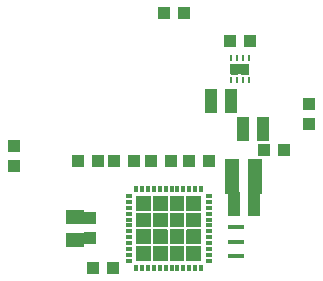
<source format=gbr>
G04 EAGLE Gerber RS-274X export*
G75*
%MOMM*%
%FSLAX34Y34*%
%LPD*%
%INSolderpaste Bottom*%
%IPPOS*%
%AMOC8*
5,1,8,0,0,1.08239X$1,22.5*%
G01*
%ADD10R,1.399997X0.400000*%
%ADD11R,1.100000X1.000000*%
%ADD12R,1.000000X1.100000*%
%ADD13R,1.300000X1.500000*%
%ADD14R,1.500000X1.300000*%
%ADD15R,0.550000X0.300000*%
%ADD16R,0.300000X0.550000*%
%ADD17R,0.250000X0.500000*%
%ADD18R,1.600000X0.900000*%

G36*
X22688Y97649D02*
X22688Y97649D01*
X22690Y97648D01*
X22733Y97668D01*
X22776Y97686D01*
X22777Y97688D01*
X22779Y97689D01*
X22812Y97774D01*
X22812Y109998D01*
X22811Y110000D01*
X22812Y110002D01*
X22792Y110045D01*
X22773Y110089D01*
X22771Y110089D01*
X22770Y110091D01*
X22686Y110124D01*
X10462Y110124D01*
X10460Y110123D01*
X10457Y110124D01*
X10414Y110104D01*
X10371Y110086D01*
X10370Y110084D01*
X10368Y110083D01*
X10335Y109998D01*
X10335Y97774D01*
X10336Y97772D01*
X10335Y97770D01*
X10355Y97727D01*
X10374Y97683D01*
X10376Y97683D01*
X10377Y97681D01*
X10462Y97648D01*
X22686Y97648D01*
X22688Y97649D01*
G37*
G36*
X-5761Y97649D02*
X-5761Y97649D01*
X-5758Y97648D01*
X-5715Y97668D01*
X-5672Y97686D01*
X-5671Y97688D01*
X-5669Y97689D01*
X-5636Y97774D01*
X-5636Y109998D01*
X-5637Y110000D01*
X-5636Y110002D01*
X-5656Y110045D01*
X-5675Y110089D01*
X-5677Y110089D01*
X-5678Y110091D01*
X-5763Y110124D01*
X-17987Y110124D01*
X-17989Y110123D01*
X-17991Y110124D01*
X-18034Y110104D01*
X-18077Y110086D01*
X-18078Y110084D01*
X-18080Y110083D01*
X-18113Y109998D01*
X-18113Y97774D01*
X-18112Y97772D01*
X-18113Y97770D01*
X-18093Y97727D01*
X-18074Y97683D01*
X-18072Y97683D01*
X-18071Y97681D01*
X-17987Y97648D01*
X-5763Y97648D01*
X-5761Y97649D01*
G37*
G36*
X-19985Y97649D02*
X-19985Y97649D01*
X-19982Y97648D01*
X-19939Y97668D01*
X-19896Y97686D01*
X-19895Y97688D01*
X-19893Y97689D01*
X-19860Y97774D01*
X-19860Y109998D01*
X-19861Y110000D01*
X-19860Y110002D01*
X-19880Y110045D01*
X-19899Y110089D01*
X-19901Y110089D01*
X-19902Y110091D01*
X-19987Y110124D01*
X-32211Y110124D01*
X-32213Y110123D01*
X-32215Y110124D01*
X-32258Y110104D01*
X-32301Y110086D01*
X-32302Y110084D01*
X-32304Y110083D01*
X-32337Y109998D01*
X-32337Y97774D01*
X-32336Y97772D01*
X-32337Y97770D01*
X-32317Y97727D01*
X-32298Y97683D01*
X-32296Y97683D01*
X-32295Y97681D01*
X-32211Y97648D01*
X-19987Y97648D01*
X-19985Y97649D01*
G37*
G36*
X8464Y97649D02*
X8464Y97649D01*
X8466Y97648D01*
X8509Y97668D01*
X8552Y97686D01*
X8553Y97688D01*
X8555Y97689D01*
X8588Y97774D01*
X8588Y109998D01*
X8587Y110000D01*
X8588Y110002D01*
X8568Y110045D01*
X8549Y110089D01*
X8547Y110089D01*
X8546Y110091D01*
X8462Y110124D01*
X-3763Y110124D01*
X-3765Y110123D01*
X-3767Y110124D01*
X-3810Y110104D01*
X-3853Y110086D01*
X-3854Y110084D01*
X-3856Y110083D01*
X-3889Y109998D01*
X-3889Y97774D01*
X-3888Y97772D01*
X-3889Y97770D01*
X-3869Y97727D01*
X-3850Y97683D01*
X-3848Y97683D01*
X-3847Y97681D01*
X-3763Y97648D01*
X8462Y97648D01*
X8464Y97649D01*
G37*
G36*
X-5761Y83425D02*
X-5761Y83425D01*
X-5758Y83424D01*
X-5715Y83444D01*
X-5672Y83462D01*
X-5671Y83464D01*
X-5669Y83465D01*
X-5636Y83550D01*
X-5636Y95774D01*
X-5637Y95776D01*
X-5636Y95778D01*
X-5656Y95821D01*
X-5675Y95865D01*
X-5677Y95865D01*
X-5678Y95867D01*
X-5763Y95900D01*
X-17987Y95900D01*
X-17989Y95899D01*
X-17991Y95900D01*
X-18034Y95880D01*
X-18077Y95862D01*
X-18078Y95860D01*
X-18080Y95859D01*
X-18113Y95774D01*
X-18113Y83550D01*
X-18112Y83548D01*
X-18113Y83546D01*
X-18093Y83503D01*
X-18074Y83459D01*
X-18072Y83459D01*
X-18071Y83457D01*
X-17987Y83424D01*
X-5763Y83424D01*
X-5761Y83425D01*
G37*
G36*
X8464Y83425D02*
X8464Y83425D01*
X8466Y83424D01*
X8509Y83444D01*
X8552Y83462D01*
X8553Y83464D01*
X8555Y83465D01*
X8588Y83550D01*
X8588Y95774D01*
X8587Y95776D01*
X8588Y95778D01*
X8568Y95821D01*
X8549Y95865D01*
X8547Y95865D01*
X8546Y95867D01*
X8462Y95900D01*
X-3763Y95900D01*
X-3765Y95899D01*
X-3767Y95900D01*
X-3810Y95880D01*
X-3853Y95862D01*
X-3854Y95860D01*
X-3856Y95859D01*
X-3889Y95774D01*
X-3889Y83550D01*
X-3888Y83548D01*
X-3889Y83546D01*
X-3869Y83503D01*
X-3850Y83459D01*
X-3848Y83459D01*
X-3847Y83457D01*
X-3763Y83424D01*
X8462Y83424D01*
X8464Y83425D01*
G37*
G36*
X-19985Y83425D02*
X-19985Y83425D01*
X-19982Y83424D01*
X-19939Y83444D01*
X-19896Y83462D01*
X-19895Y83464D01*
X-19893Y83465D01*
X-19860Y83550D01*
X-19860Y95774D01*
X-19861Y95776D01*
X-19860Y95778D01*
X-19880Y95821D01*
X-19899Y95865D01*
X-19901Y95865D01*
X-19902Y95867D01*
X-19987Y95900D01*
X-32211Y95900D01*
X-32213Y95899D01*
X-32215Y95900D01*
X-32258Y95880D01*
X-32301Y95862D01*
X-32302Y95860D01*
X-32304Y95859D01*
X-32337Y95774D01*
X-32337Y83550D01*
X-32336Y83548D01*
X-32337Y83546D01*
X-32317Y83503D01*
X-32298Y83459D01*
X-32296Y83459D01*
X-32295Y83457D01*
X-32211Y83424D01*
X-19987Y83424D01*
X-19985Y83425D01*
G37*
G36*
X22688Y83425D02*
X22688Y83425D01*
X22690Y83424D01*
X22733Y83444D01*
X22776Y83462D01*
X22777Y83464D01*
X22779Y83465D01*
X22812Y83550D01*
X22812Y95774D01*
X22811Y95776D01*
X22812Y95778D01*
X22792Y95821D01*
X22773Y95865D01*
X22771Y95865D01*
X22770Y95867D01*
X22686Y95900D01*
X10462Y95900D01*
X10460Y95899D01*
X10457Y95900D01*
X10414Y95880D01*
X10371Y95862D01*
X10370Y95860D01*
X10368Y95859D01*
X10335Y95774D01*
X10335Y83550D01*
X10336Y83548D01*
X10335Y83546D01*
X10355Y83503D01*
X10374Y83459D01*
X10376Y83459D01*
X10377Y83457D01*
X10462Y83424D01*
X22686Y83424D01*
X22688Y83425D01*
G37*
G36*
X8464Y69201D02*
X8464Y69201D01*
X8466Y69200D01*
X8509Y69220D01*
X8552Y69238D01*
X8553Y69240D01*
X8555Y69241D01*
X8588Y69326D01*
X8588Y81550D01*
X8587Y81552D01*
X8588Y81554D01*
X8568Y81597D01*
X8549Y81641D01*
X8547Y81641D01*
X8546Y81643D01*
X8462Y81676D01*
X-3763Y81676D01*
X-3765Y81675D01*
X-3767Y81676D01*
X-3810Y81656D01*
X-3853Y81638D01*
X-3854Y81636D01*
X-3856Y81635D01*
X-3889Y81550D01*
X-3889Y69326D01*
X-3888Y69324D01*
X-3889Y69322D01*
X-3869Y69279D01*
X-3850Y69235D01*
X-3848Y69235D01*
X-3847Y69233D01*
X-3763Y69200D01*
X8462Y69200D01*
X8464Y69201D01*
G37*
G36*
X-19985Y69201D02*
X-19985Y69201D01*
X-19982Y69200D01*
X-19939Y69220D01*
X-19896Y69238D01*
X-19895Y69240D01*
X-19893Y69241D01*
X-19860Y69326D01*
X-19860Y81550D01*
X-19861Y81552D01*
X-19860Y81554D01*
X-19880Y81597D01*
X-19899Y81641D01*
X-19901Y81641D01*
X-19902Y81643D01*
X-19987Y81676D01*
X-32211Y81676D01*
X-32213Y81675D01*
X-32215Y81676D01*
X-32258Y81656D01*
X-32301Y81638D01*
X-32302Y81636D01*
X-32304Y81635D01*
X-32337Y81550D01*
X-32337Y69326D01*
X-32336Y69324D01*
X-32337Y69322D01*
X-32317Y69279D01*
X-32298Y69235D01*
X-32296Y69235D01*
X-32295Y69233D01*
X-32211Y69200D01*
X-19987Y69200D01*
X-19985Y69201D01*
G37*
G36*
X22688Y69201D02*
X22688Y69201D01*
X22690Y69200D01*
X22733Y69220D01*
X22776Y69238D01*
X22777Y69240D01*
X22779Y69241D01*
X22812Y69326D01*
X22812Y81550D01*
X22811Y81552D01*
X22812Y81554D01*
X22792Y81597D01*
X22773Y81641D01*
X22771Y81641D01*
X22770Y81643D01*
X22686Y81676D01*
X10462Y81676D01*
X10460Y81675D01*
X10457Y81676D01*
X10414Y81656D01*
X10371Y81638D01*
X10370Y81636D01*
X10368Y81635D01*
X10335Y81550D01*
X10335Y69326D01*
X10336Y69324D01*
X10335Y69322D01*
X10355Y69279D01*
X10374Y69235D01*
X10376Y69235D01*
X10377Y69233D01*
X10462Y69200D01*
X22686Y69200D01*
X22688Y69201D01*
G37*
G36*
X-5761Y69201D02*
X-5761Y69201D01*
X-5758Y69200D01*
X-5715Y69220D01*
X-5672Y69238D01*
X-5671Y69240D01*
X-5669Y69241D01*
X-5636Y69326D01*
X-5636Y81550D01*
X-5637Y81552D01*
X-5636Y81554D01*
X-5656Y81597D01*
X-5675Y81641D01*
X-5677Y81641D01*
X-5678Y81643D01*
X-5763Y81676D01*
X-17987Y81676D01*
X-17989Y81675D01*
X-17991Y81676D01*
X-18034Y81656D01*
X-18077Y81638D01*
X-18078Y81636D01*
X-18080Y81635D01*
X-18113Y81550D01*
X-18113Y69326D01*
X-18112Y69324D01*
X-18113Y69322D01*
X-18093Y69279D01*
X-18074Y69235D01*
X-18072Y69235D01*
X-18071Y69233D01*
X-17987Y69200D01*
X-5763Y69200D01*
X-5761Y69201D01*
G37*
G36*
X-19985Y54977D02*
X-19985Y54977D01*
X-19982Y54976D01*
X-19939Y54996D01*
X-19896Y55014D01*
X-19895Y55016D01*
X-19893Y55017D01*
X-19860Y55102D01*
X-19860Y67326D01*
X-19861Y67328D01*
X-19860Y67330D01*
X-19880Y67373D01*
X-19899Y67417D01*
X-19901Y67417D01*
X-19902Y67419D01*
X-19987Y67452D01*
X-32211Y67452D01*
X-32213Y67451D01*
X-32215Y67452D01*
X-32258Y67432D01*
X-32301Y67414D01*
X-32302Y67412D01*
X-32304Y67411D01*
X-32337Y67326D01*
X-32337Y55102D01*
X-32336Y55100D01*
X-32337Y55098D01*
X-32317Y55055D01*
X-32298Y55011D01*
X-32296Y55011D01*
X-32295Y55009D01*
X-32211Y54976D01*
X-19987Y54976D01*
X-19985Y54977D01*
G37*
G36*
X-5761Y54977D02*
X-5761Y54977D01*
X-5758Y54976D01*
X-5715Y54996D01*
X-5672Y55014D01*
X-5671Y55016D01*
X-5669Y55017D01*
X-5636Y55102D01*
X-5636Y67326D01*
X-5637Y67328D01*
X-5636Y67330D01*
X-5656Y67373D01*
X-5675Y67417D01*
X-5677Y67417D01*
X-5678Y67419D01*
X-5763Y67452D01*
X-17987Y67452D01*
X-17989Y67451D01*
X-17991Y67452D01*
X-18034Y67432D01*
X-18077Y67414D01*
X-18078Y67412D01*
X-18080Y67411D01*
X-18113Y67326D01*
X-18113Y55102D01*
X-18112Y55100D01*
X-18113Y55098D01*
X-18093Y55055D01*
X-18074Y55011D01*
X-18072Y55011D01*
X-18071Y55009D01*
X-17987Y54976D01*
X-5763Y54976D01*
X-5761Y54977D01*
G37*
G36*
X8464Y54977D02*
X8464Y54977D01*
X8466Y54976D01*
X8509Y54996D01*
X8552Y55014D01*
X8553Y55016D01*
X8555Y55017D01*
X8588Y55102D01*
X8588Y67326D01*
X8587Y67328D01*
X8588Y67330D01*
X8568Y67373D01*
X8549Y67417D01*
X8547Y67417D01*
X8546Y67419D01*
X8462Y67452D01*
X-3763Y67452D01*
X-3765Y67451D01*
X-3767Y67452D01*
X-3810Y67432D01*
X-3853Y67414D01*
X-3854Y67412D01*
X-3856Y67411D01*
X-3889Y67326D01*
X-3889Y55102D01*
X-3888Y55100D01*
X-3889Y55098D01*
X-3869Y55055D01*
X-3850Y55011D01*
X-3848Y55011D01*
X-3847Y55009D01*
X-3763Y54976D01*
X8462Y54976D01*
X8464Y54977D01*
G37*
G36*
X22688Y54977D02*
X22688Y54977D01*
X22690Y54976D01*
X22733Y54996D01*
X22776Y55014D01*
X22777Y55016D01*
X22779Y55017D01*
X22812Y55102D01*
X22812Y67326D01*
X22811Y67328D01*
X22812Y67330D01*
X22792Y67373D01*
X22773Y67417D01*
X22771Y67417D01*
X22770Y67419D01*
X22686Y67452D01*
X10462Y67452D01*
X10460Y67451D01*
X10457Y67452D01*
X10414Y67432D01*
X10371Y67414D01*
X10370Y67412D01*
X10368Y67411D01*
X10335Y67326D01*
X10335Y55102D01*
X10336Y55100D01*
X10335Y55098D01*
X10355Y55055D01*
X10374Y55011D01*
X10376Y55011D01*
X10377Y55009D01*
X10462Y54976D01*
X22686Y54976D01*
X22688Y54977D01*
G37*
G36*
X54078Y212864D02*
X54078Y212864D01*
X54085Y212862D01*
X54181Y212871D01*
X54191Y212877D01*
X54205Y212876D01*
X54297Y212904D01*
X54306Y212912D01*
X54320Y212913D01*
X54404Y212959D01*
X54412Y212968D01*
X54425Y212973D01*
X54499Y213033D01*
X54505Y213044D01*
X54517Y213051D01*
X54578Y213125D01*
X54581Y213137D01*
X54591Y213146D01*
X54637Y213230D01*
X54638Y213243D01*
X54646Y213253D01*
X54674Y213345D01*
X54673Y213357D01*
X54679Y213370D01*
X54688Y213465D01*
X54686Y213471D01*
X54689Y213478D01*
X54689Y221498D01*
X54686Y221503D01*
X54688Y221510D01*
X54679Y221606D01*
X54673Y221616D01*
X54674Y221630D01*
X54646Y221722D01*
X54638Y221731D01*
X54637Y221745D01*
X54591Y221829D01*
X54582Y221837D01*
X54578Y221850D01*
X54517Y221924D01*
X54506Y221930D01*
X54499Y221942D01*
X54425Y222003D01*
X54413Y222006D01*
X54404Y222016D01*
X54320Y222062D01*
X54307Y222063D01*
X54297Y222071D01*
X54205Y222099D01*
X54193Y222098D01*
X54181Y222104D01*
X54085Y222113D01*
X54079Y222111D01*
X54073Y222114D01*
X48053Y222114D01*
X48047Y222111D01*
X48040Y222113D01*
X47945Y222104D01*
X47934Y222098D01*
X47920Y222099D01*
X47828Y222071D01*
X47819Y222063D01*
X47805Y222062D01*
X47721Y222016D01*
X47713Y222007D01*
X47700Y222002D01*
X47626Y221942D01*
X47620Y221931D01*
X47609Y221924D01*
X47548Y221850D01*
X47544Y221838D01*
X47534Y221829D01*
X47489Y221745D01*
X47487Y221732D01*
X47479Y221722D01*
X47451Y221630D01*
X47452Y221618D01*
X47446Y221605D01*
X47437Y221510D01*
X47439Y221504D01*
X47436Y221498D01*
X47436Y213478D01*
X47439Y213472D01*
X47437Y213465D01*
X47446Y213370D01*
X47452Y213360D01*
X47452Y213359D01*
X47451Y213345D01*
X47479Y213253D01*
X47487Y213244D01*
X47489Y213230D01*
X47534Y213146D01*
X47543Y213138D01*
X47548Y213125D01*
X47609Y213051D01*
X47619Y213045D01*
X47626Y213033D01*
X47700Y212973D01*
X47712Y212969D01*
X47721Y212959D01*
X47805Y212913D01*
X47818Y212912D01*
X47828Y212904D01*
X47920Y212876D01*
X47932Y212877D01*
X47945Y212871D01*
X48040Y212862D01*
X48046Y212864D01*
X48053Y212861D01*
X54073Y212861D01*
X54078Y212864D01*
G37*
G36*
X63078Y212864D02*
X63078Y212864D01*
X63085Y212862D01*
X63181Y212871D01*
X63191Y212877D01*
X63205Y212876D01*
X63297Y212904D01*
X63306Y212912D01*
X63320Y212913D01*
X63404Y212959D01*
X63412Y212968D01*
X63425Y212973D01*
X63499Y213033D01*
X63505Y213044D01*
X63517Y213051D01*
X63578Y213125D01*
X63581Y213137D01*
X63591Y213146D01*
X63637Y213230D01*
X63638Y213243D01*
X63646Y213253D01*
X63674Y213345D01*
X63673Y213357D01*
X63679Y213370D01*
X63688Y213465D01*
X63686Y213471D01*
X63689Y213478D01*
X63689Y221498D01*
X63686Y221503D01*
X63688Y221510D01*
X63679Y221605D01*
X63673Y221616D01*
X63674Y221630D01*
X63646Y221722D01*
X63638Y221731D01*
X63637Y221745D01*
X63591Y221829D01*
X63582Y221837D01*
X63578Y221850D01*
X63517Y221924D01*
X63506Y221930D01*
X63499Y221942D01*
X63425Y222003D01*
X63413Y222006D01*
X63404Y222016D01*
X63320Y222062D01*
X63307Y222063D01*
X63297Y222071D01*
X63205Y222099D01*
X63193Y222098D01*
X63181Y222104D01*
X63085Y222113D01*
X63079Y222111D01*
X63073Y222114D01*
X57053Y222114D01*
X57047Y222111D01*
X57040Y222113D01*
X56945Y222104D01*
X56934Y222098D01*
X56920Y222099D01*
X56828Y222071D01*
X56819Y222063D01*
X56805Y222062D01*
X56721Y222016D01*
X56713Y222007D01*
X56700Y222003D01*
X56626Y221942D01*
X56620Y221931D01*
X56608Y221924D01*
X56548Y221850D01*
X56544Y221838D01*
X56534Y221829D01*
X56488Y221745D01*
X56487Y221732D01*
X56479Y221722D01*
X56451Y221630D01*
X56452Y221618D01*
X56446Y221605D01*
X56437Y221510D01*
X56439Y221504D01*
X56436Y221498D01*
X56436Y213478D01*
X56439Y213472D01*
X56437Y213465D01*
X56446Y213370D01*
X56452Y213360D01*
X56452Y213359D01*
X56451Y213345D01*
X56479Y213253D01*
X56487Y213244D01*
X56488Y213230D01*
X56534Y213146D01*
X56543Y213138D01*
X56548Y213125D01*
X56608Y213051D01*
X56619Y213045D01*
X56626Y213033D01*
X56700Y212973D01*
X56712Y212969D01*
X56721Y212959D01*
X56805Y212913D01*
X56818Y212912D01*
X56828Y212904D01*
X56920Y212876D01*
X56932Y212877D01*
X56945Y212871D01*
X57040Y212862D01*
X57046Y212864D01*
X57053Y212861D01*
X63073Y212861D01*
X63078Y212864D01*
G37*
D10*
X52388Y59438D03*
X52388Y71438D03*
X52388Y83437D03*
D11*
X-135500Y135400D03*
X-135500Y152400D03*
D12*
X-51825Y49213D03*
X-68825Y49213D03*
X75638Y149225D03*
X92638Y149225D03*
D11*
X50238Y98425D03*
X67238Y98425D03*
X50238Y107950D03*
X67238Y107950D03*
D12*
X-71438Y91050D03*
X-71438Y74050D03*
D13*
X49238Y119063D03*
X68238Y119063D03*
X49238Y133350D03*
X68238Y133350D03*
D14*
X-84138Y92050D03*
X-84138Y73050D03*
D15*
X29038Y110057D03*
X29038Y105056D03*
X29038Y100054D03*
X29038Y95053D03*
X29038Y90052D03*
X29038Y85051D03*
X29038Y80049D03*
X29038Y75048D03*
X29038Y70047D03*
X29038Y65046D03*
X29038Y60044D03*
X29038Y55043D03*
D16*
X22745Y48750D03*
X17744Y48750D03*
X12742Y48750D03*
X7741Y48750D03*
X2740Y48750D03*
X-2262Y48750D03*
X-7264Y48750D03*
X-12265Y48750D03*
X-17266Y48750D03*
X-22267Y48750D03*
X-27269Y48750D03*
X-32270Y48750D03*
D15*
X-38563Y55043D03*
X-38563Y60044D03*
X-38563Y65046D03*
X-38563Y70047D03*
X-38563Y75048D03*
X-38563Y80049D03*
X-38563Y85051D03*
X-38563Y90052D03*
X-38563Y95053D03*
X-38563Y100054D03*
X-38563Y105056D03*
X-38563Y110057D03*
D16*
X-32270Y116350D03*
X-27269Y116350D03*
X-22267Y116350D03*
X-17266Y116350D03*
X-12265Y116350D03*
X-7264Y116350D03*
X-2262Y116350D03*
X2740Y116350D03*
X7741Y116350D03*
X12742Y116350D03*
X17744Y116350D03*
X22745Y116350D03*
D17*
X48063Y226988D03*
X53063Y226988D03*
X58063Y226988D03*
X63063Y226988D03*
X63063Y207988D03*
X58063Y207988D03*
X53063Y207988D03*
X48063Y207988D03*
D18*
X55563Y217488D03*
D11*
X48188Y195263D03*
X31188Y195263D03*
X48188Y185738D03*
X31188Y185738D03*
X58175Y171450D03*
X75175Y171450D03*
X58175Y161925D03*
X75175Y161925D03*
X64063Y241300D03*
X47063Y241300D03*
X8500Y265113D03*
X-8500Y265113D03*
D12*
X-81525Y139700D03*
X-64525Y139700D03*
X-51363Y139700D03*
X-34363Y139700D03*
X-19613Y139700D03*
X-2613Y139700D03*
X29138Y139700D03*
X12138Y139700D03*
X114300Y170888D03*
X114300Y187888D03*
M02*

</source>
